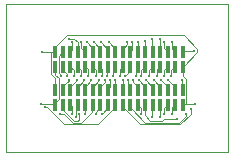
<source format=gtl>
G75*
%MOIN*%
%OFA0B0*%
%FSLAX25Y25*%
%IPPOS*%
%LPD*%
%AMOC8*
5,1,8,0,0,1.08239X$1,22.5*
%
%ADD10C,0.00000*%
%ADD11R,0.01500X0.04000*%
%ADD12C,0.00300*%
%ADD13C,0.01300*%
D10*
X0001800Y0001300D02*
X0001800Y0050761D01*
X0076001Y0050761D01*
X0076001Y0001300D01*
X0001800Y0001300D01*
D11*
X0018300Y0017200D03*
X0020800Y0017200D03*
X0023300Y0017200D03*
X0025800Y0017200D03*
X0028300Y0017200D03*
X0030800Y0017200D03*
X0033300Y0017200D03*
X0035800Y0017200D03*
X0038300Y0017200D03*
X0040800Y0017200D03*
X0043300Y0017200D03*
X0045800Y0017200D03*
X0048300Y0017200D03*
X0050800Y0017200D03*
X0053300Y0017200D03*
X0055800Y0017200D03*
X0058300Y0017200D03*
X0060800Y0017200D03*
X0060800Y0022200D03*
X0058300Y0022200D03*
X0055800Y0022200D03*
X0053300Y0022200D03*
X0050800Y0022200D03*
X0048300Y0022200D03*
X0045800Y0022200D03*
X0043300Y0022200D03*
X0040800Y0022200D03*
X0038300Y0022200D03*
X0035800Y0022200D03*
X0033300Y0022200D03*
X0030800Y0022200D03*
X0028300Y0022200D03*
X0025800Y0022200D03*
X0023300Y0022200D03*
X0020800Y0022200D03*
X0018300Y0022200D03*
X0018300Y0029800D03*
X0020800Y0029800D03*
X0023300Y0029800D03*
X0025800Y0029800D03*
X0028300Y0029800D03*
X0030800Y0029800D03*
X0033300Y0029800D03*
X0035800Y0029800D03*
X0038300Y0029800D03*
X0040800Y0029800D03*
X0043300Y0029800D03*
X0045800Y0029800D03*
X0048300Y0029800D03*
X0050800Y0029800D03*
X0053300Y0029800D03*
X0055800Y0029800D03*
X0058300Y0029800D03*
X0060800Y0029800D03*
X0060800Y0034800D03*
X0058300Y0034800D03*
X0055800Y0034800D03*
X0053300Y0034800D03*
X0050800Y0034800D03*
X0048300Y0034800D03*
X0045800Y0034800D03*
X0043300Y0034800D03*
X0040800Y0034800D03*
X0038300Y0034800D03*
X0035800Y0034800D03*
X0033300Y0034800D03*
X0030800Y0034800D03*
X0028300Y0034800D03*
X0025800Y0034800D03*
X0023300Y0034800D03*
X0020800Y0034800D03*
X0018300Y0034800D03*
D12*
X0018300Y0036400D01*
X0022200Y0040300D01*
X0061200Y0040300D01*
X0065700Y0035800D01*
X0065700Y0034600D01*
X0060900Y0029800D01*
X0060800Y0029800D01*
X0060900Y0029800D02*
X0060900Y0026800D01*
X0062100Y0025600D01*
X0062100Y0017500D01*
X0065100Y0017500D01*
X0062100Y0017500D02*
X0061200Y0017500D01*
X0060900Y0017200D01*
X0060800Y0017200D01*
X0058300Y0017200D02*
X0058200Y0017200D01*
X0057300Y0016300D01*
X0057300Y0014200D01*
X0059100Y0012400D02*
X0054600Y0012400D01*
X0054000Y0011800D01*
X0050100Y0011800D01*
X0048300Y0013600D01*
X0048300Y0017200D01*
X0047100Y0016000D02*
X0045900Y0017200D01*
X0045800Y0017200D01*
X0047100Y0016000D02*
X0047100Y0014200D01*
X0048300Y0011200D02*
X0043500Y0016000D01*
X0043500Y0017200D01*
X0043300Y0017200D01*
X0040800Y0017200D02*
X0040800Y0016300D01*
X0046500Y0010600D01*
X0060000Y0010600D01*
X0063600Y0014200D01*
X0063600Y0015700D01*
X0061800Y0014200D02*
X0061800Y0013300D01*
X0059700Y0011200D01*
X0048300Y0011200D01*
X0050700Y0013000D02*
X0050700Y0017200D01*
X0050800Y0017200D01*
X0053300Y0017200D02*
X0053400Y0017200D01*
X0053400Y0013000D01*
X0054600Y0014200D02*
X0054600Y0016000D01*
X0055800Y0017200D01*
X0055800Y0022200D02*
X0055800Y0023200D01*
X0053700Y0025300D01*
X0054600Y0026800D02*
X0054600Y0028600D01*
X0055800Y0029800D01*
X0057000Y0028600D02*
X0058200Y0029800D01*
X0058300Y0029800D01*
X0057000Y0028600D02*
X0057000Y0026800D01*
X0056100Y0025300D02*
X0058200Y0023200D01*
X0058200Y0022300D01*
X0058300Y0022200D01*
X0060600Y0022300D02*
X0060800Y0022200D01*
X0060600Y0022300D02*
X0060600Y0025300D01*
X0053100Y0023500D02*
X0053100Y0022300D01*
X0053300Y0022200D01*
X0053100Y0023500D02*
X0051300Y0025300D01*
X0052200Y0026800D02*
X0052200Y0028900D01*
X0053100Y0029800D01*
X0053300Y0029800D01*
X0050800Y0029800D02*
X0050700Y0029800D01*
X0049500Y0028600D01*
X0049500Y0026800D01*
X0048600Y0025300D02*
X0050700Y0023200D01*
X0050700Y0022300D01*
X0050800Y0022200D01*
X0048300Y0022200D02*
X0048300Y0023200D01*
X0046200Y0025300D01*
X0045300Y0026800D02*
X0045300Y0029500D01*
X0045600Y0029800D01*
X0045800Y0029800D01*
X0047100Y0028600D02*
X0048300Y0029800D01*
X0047100Y0028600D02*
X0047100Y0026800D01*
X0044400Y0025300D02*
X0044400Y0024700D01*
X0045600Y0023500D01*
X0045600Y0022300D01*
X0045800Y0022200D01*
X0043300Y0022200D02*
X0042600Y0022900D01*
X0042600Y0025300D01*
X0041700Y0026800D02*
X0043200Y0028300D01*
X0043200Y0029800D01*
X0043300Y0029800D01*
X0040800Y0029800D02*
X0039900Y0028900D01*
X0039900Y0026800D01*
X0040800Y0025300D02*
X0040800Y0022200D01*
X0038400Y0022300D02*
X0038300Y0022200D01*
X0038400Y0022300D02*
X0038400Y0025300D01*
X0037500Y0026800D02*
X0037500Y0029200D01*
X0038100Y0029800D01*
X0038300Y0029800D01*
X0035800Y0029800D02*
X0035700Y0029800D01*
X0035700Y0026800D01*
X0034800Y0025300D02*
X0034800Y0024700D01*
X0033300Y0023200D01*
X0033300Y0022200D01*
X0030900Y0022300D02*
X0030800Y0022200D01*
X0030900Y0022300D02*
X0030900Y0023200D01*
X0033000Y0025300D01*
X0032100Y0026800D02*
X0032100Y0028600D01*
X0030900Y0029800D01*
X0030800Y0029800D01*
X0029400Y0028900D02*
X0028500Y0029800D01*
X0028300Y0029800D01*
X0029400Y0028900D02*
X0029400Y0026800D01*
X0030300Y0025300D02*
X0028500Y0023500D01*
X0028500Y0022300D01*
X0028300Y0022200D01*
X0025800Y0022200D02*
X0025800Y0023200D01*
X0027900Y0025300D01*
X0027000Y0026800D02*
X0027000Y0028600D01*
X0025800Y0029800D01*
X0024600Y0028600D02*
X0023400Y0029800D01*
X0023300Y0029800D01*
X0024600Y0028600D02*
X0024600Y0026800D01*
X0025500Y0025300D02*
X0023400Y0023200D01*
X0023400Y0022300D01*
X0023300Y0022200D01*
X0021000Y0022300D02*
X0020800Y0022200D01*
X0021000Y0022300D02*
X0021000Y0023500D01*
X0022200Y0024700D01*
X0022500Y0024700D01*
X0023100Y0025300D01*
X0022200Y0026800D02*
X0022200Y0027400D01*
X0021000Y0028600D01*
X0021000Y0029800D01*
X0020800Y0029800D01*
X0018300Y0029800D02*
X0018300Y0027100D01*
X0019500Y0025900D01*
X0019500Y0019000D01*
X0018000Y0017500D01*
X0018300Y0017200D01*
X0018000Y0017500D02*
X0013500Y0017500D01*
X0015000Y0016300D02*
X0015600Y0016300D01*
X0021300Y0010600D01*
X0032700Y0010600D01*
X0038100Y0016000D01*
X0038100Y0017200D01*
X0038300Y0017200D01*
X0035800Y0017200D02*
X0035700Y0017200D01*
X0035700Y0016000D01*
X0033900Y0014200D01*
X0031800Y0014200D02*
X0031800Y0014800D01*
X0033300Y0016300D01*
X0033300Y0017200D01*
X0030800Y0017200D02*
X0030600Y0017200D01*
X0030600Y0014800D01*
X0027000Y0011200D01*
X0024300Y0011200D01*
X0021300Y0014200D01*
X0019800Y0014200D01*
X0021000Y0015400D02*
X0021000Y0017200D01*
X0020800Y0017200D01*
X0021000Y0015400D02*
X0024600Y0011800D01*
X0025800Y0011800D01*
X0026400Y0012400D01*
X0026400Y0014200D01*
X0025200Y0013000D02*
X0025200Y0016600D01*
X0025800Y0017200D01*
X0024000Y0016600D02*
X0023400Y0017200D01*
X0023300Y0017200D01*
X0024000Y0016600D02*
X0024000Y0014200D01*
X0028200Y0014200D02*
X0028200Y0017200D01*
X0028300Y0017200D01*
X0035800Y0022200D02*
X0036000Y0022300D01*
X0036600Y0022900D01*
X0036600Y0025300D01*
X0033900Y0026800D02*
X0033900Y0029200D01*
X0033300Y0029800D01*
X0033300Y0034800D02*
X0033300Y0035800D01*
X0031200Y0037900D01*
X0030600Y0036100D02*
X0028800Y0037900D01*
X0027000Y0037900D02*
X0027000Y0036100D01*
X0028300Y0034800D01*
X0030600Y0034900D02*
X0030800Y0034800D01*
X0030600Y0034900D02*
X0030600Y0036100D01*
X0033600Y0037900D02*
X0035700Y0035800D01*
X0035700Y0034900D01*
X0035800Y0034800D01*
X0038100Y0034900D02*
X0038300Y0034800D01*
X0038100Y0034900D02*
X0038100Y0036100D01*
X0036300Y0037900D01*
X0040800Y0035800D02*
X0040800Y0034800D01*
X0040800Y0035800D02*
X0042300Y0037300D01*
X0042300Y0037900D01*
X0044100Y0037900D02*
X0044100Y0035500D01*
X0043500Y0034900D01*
X0043300Y0034800D01*
X0045800Y0034800D02*
X0045900Y0034900D01*
X0045900Y0037900D01*
X0048300Y0038500D02*
X0048300Y0034800D01*
X0050700Y0034900D02*
X0050800Y0034800D01*
X0050700Y0034900D02*
X0050700Y0039100D01*
X0053400Y0039100D02*
X0053400Y0034900D01*
X0053300Y0034800D01*
X0054600Y0036100D02*
X0055800Y0034900D01*
X0055800Y0034800D01*
X0054600Y0036100D02*
X0054600Y0037900D01*
X0057300Y0037900D02*
X0057300Y0035800D01*
X0058300Y0034800D01*
X0060800Y0034800D02*
X0061200Y0035200D01*
X0064500Y0035200D01*
X0025800Y0034800D02*
X0025800Y0037900D01*
X0024600Y0039100D01*
X0022800Y0039100D01*
X0024000Y0037900D02*
X0024000Y0035500D01*
X0023300Y0034800D01*
X0020800Y0034800D02*
X0020700Y0034600D01*
X0019500Y0033400D01*
X0019500Y0027700D01*
X0020400Y0026800D01*
X0018300Y0026200D02*
X0017100Y0027400D01*
X0017100Y0034600D01*
X0013800Y0034600D01*
X0017100Y0034600D02*
X0018300Y0034600D01*
X0018300Y0034800D01*
X0018300Y0026200D02*
X0018300Y0022200D01*
D13*
X0023100Y0025300D03*
X0022200Y0026800D03*
X0020400Y0026800D03*
X0024600Y0026800D03*
X0025500Y0025300D03*
X0027000Y0026800D03*
X0027900Y0025300D03*
X0029400Y0026800D03*
X0030300Y0025300D03*
X0032100Y0026800D03*
X0033000Y0025300D03*
X0033900Y0026800D03*
X0034800Y0025300D03*
X0035700Y0026800D03*
X0036600Y0025300D03*
X0037500Y0026800D03*
X0038400Y0025300D03*
X0039900Y0026800D03*
X0040800Y0025300D03*
X0041700Y0026800D03*
X0042600Y0025300D03*
X0044400Y0025300D03*
X0045300Y0026800D03*
X0046200Y0025300D03*
X0047100Y0026800D03*
X0048600Y0025300D03*
X0049500Y0026800D03*
X0051300Y0025300D03*
X0052200Y0026800D03*
X0053700Y0025300D03*
X0054600Y0026800D03*
X0056100Y0025300D03*
X0057000Y0026800D03*
X0060600Y0025300D03*
X0065100Y0017500D03*
X0063600Y0015700D03*
X0061800Y0014200D03*
X0059100Y0012400D03*
X0057300Y0014200D03*
X0054600Y0014200D03*
X0053400Y0013000D03*
X0050700Y0013000D03*
X0047100Y0014200D03*
X0033900Y0014200D03*
X0031800Y0014200D03*
X0028200Y0014200D03*
X0026400Y0014200D03*
X0025200Y0013000D03*
X0024000Y0014200D03*
X0019800Y0014200D03*
X0015000Y0016300D03*
X0013500Y0017500D03*
X0013800Y0034600D03*
X0022800Y0039100D03*
X0024000Y0037900D03*
X0027000Y0037900D03*
X0028800Y0037900D03*
X0031200Y0037900D03*
X0033600Y0037900D03*
X0036300Y0037900D03*
X0042300Y0037900D03*
X0044100Y0037900D03*
X0045900Y0037900D03*
X0048300Y0038500D03*
X0050700Y0039100D03*
X0053400Y0039100D03*
X0054600Y0037900D03*
X0057300Y0037900D03*
X0064500Y0035200D03*
M02*

</source>
